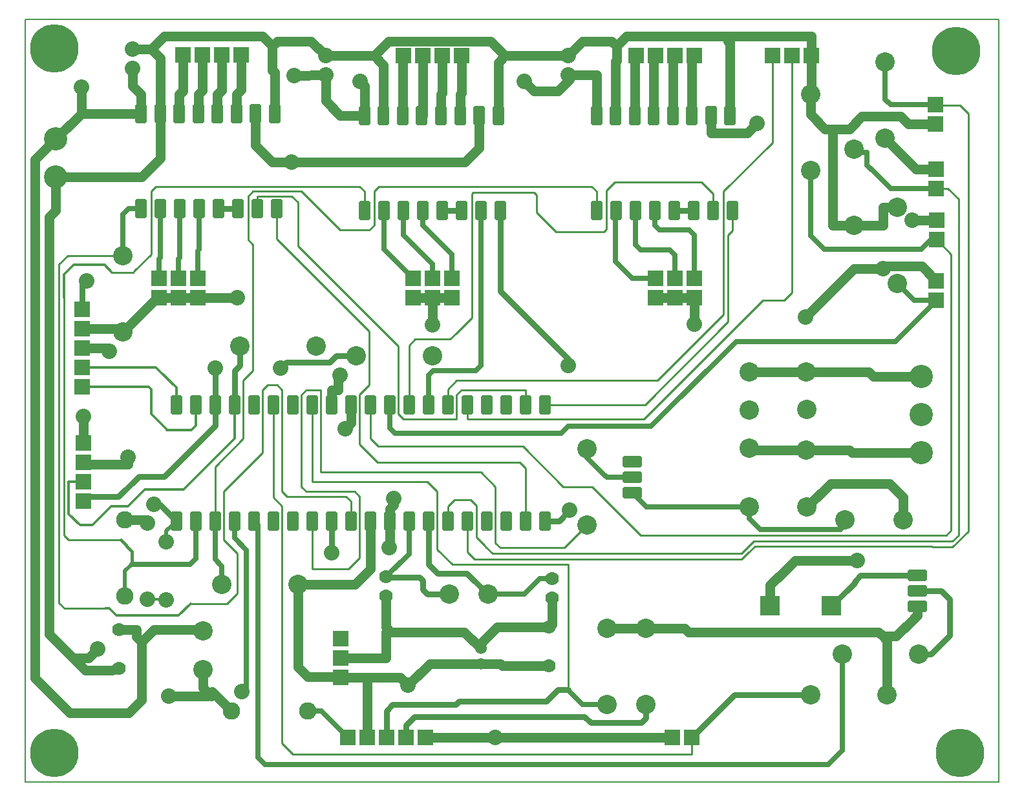
<source format=gbr>
G04 PROTEUS RS274X GERBER FILE*
%FSLAX45Y45*%
%MOMM*%
G01*
%ADD10C,0.254000*%
%ADD11C,0.635000*%
%ADD12C,0.762000*%
%ADD13C,1.270000*%
%ADD14C,0.381000*%
%ADD15C,0.304800*%
%ADD16C,0.508000*%
%ADD17C,2.032000*%
%ADD18R,2.540000X2.540000*%
%ADD19C,2.540000*%
%AMPPAD010*
4,1,36,
-0.457200,1.270000,
0.457200,1.270000,
0.519520,1.263940,
0.577160,1.246490,
0.628980,1.218770,
0.673890,1.181890,
0.710760,1.136980,
0.738480,1.085160,
0.755930,1.027520,
0.762000,0.965200,
0.762000,-0.965200,
0.755930,-1.027520,
0.738480,-1.085160,
0.710760,-1.136980,
0.673890,-1.181890,
0.628980,-1.218770,
0.577160,-1.246490,
0.519520,-1.263940,
0.457200,-1.270000,
-0.457200,-1.270000,
-0.519520,-1.263940,
-0.577160,-1.246490,
-0.628980,-1.218770,
-0.673890,-1.181890,
-0.710760,-1.136980,
-0.738480,-1.085160,
-0.755930,-1.027520,
-0.762000,-0.965200,
-0.762000,0.965200,
-0.755930,1.027520,
-0.738480,1.085160,
-0.710760,1.136980,
-0.673890,1.181890,
-0.628980,1.218770,
-0.577160,1.246490,
-0.519520,1.263940,
-0.457200,1.270000,
0*%
%ADD70PPAD010*%
%ADD71R,2.032000X2.032000*%
%ADD20C,3.048000*%
%AMPPAD013*
4,1,36,
1.270000,0.457200,
1.270000,-0.457200,
1.263940,-0.519520,
1.246490,-0.577160,
1.218770,-0.628980,
1.181890,-0.673890,
1.136980,-0.710760,
1.085160,-0.738480,
1.027520,-0.755930,
0.965200,-0.762000,
-0.965200,-0.762000,
-1.027520,-0.755930,
-1.085160,-0.738480,
-1.136980,-0.710760,
-1.181890,-0.673890,
-1.218770,-0.628980,
-1.246490,-0.577160,
-1.263940,-0.519520,
-1.270000,-0.457200,
-1.270000,0.457200,
-1.263940,0.519520,
-1.246490,0.577160,
-1.218770,0.628980,
-1.181890,0.673890,
-1.136980,0.710760,
-1.085160,0.738480,
-1.027520,0.755930,
-0.965200,0.762000,
0.965200,0.762000,
1.027520,0.755930,
1.085160,0.738480,
1.136980,0.710760,
1.181890,0.673890,
1.218770,0.628980,
1.246490,0.577160,
1.263940,0.519520,
1.270000,0.457200,
0*%
%ADD21PPAD013*%
%ADD22C,2.286000*%
%ADD23C,1.778000*%
%ADD24C,1.524000*%
%ADD25C,6.350000*%
%ADD26C,0.203200*%
D10*
X+2486660Y+3423920D02*
X+2486660Y+4137660D01*
X+2857500Y+4508500D01*
X+2857500Y+5270500D01*
X+2984500Y+5397500D01*
X+2984500Y+7048500D01*
X+2921000Y+7112000D01*
X+2921000Y+7683500D01*
X+2984500Y+7747000D01*
X+3619500Y+7747000D01*
X+4127500Y+7239000D01*
X+4508500Y+7239000D01*
X+4572000Y+7302500D01*
X+4572000Y+7747000D01*
X+4635500Y+7810500D01*
X+7419500Y+7810500D01*
X+7483000Y+7747000D01*
X+7483000Y+7493000D01*
D11*
X+2486660Y+3423920D02*
X+2486660Y+2921000D01*
X+2574000Y+2833660D01*
X+2574000Y+2592000D01*
X+3702560Y+929640D02*
X+3881120Y+929640D01*
X+4224020Y+586740D01*
D12*
X+6060440Y+2463800D02*
X+5786986Y+2737254D01*
X+5400906Y+2737254D01*
X+5280660Y+2857500D01*
X+5280660Y+3423920D01*
D11*
X+6060440Y+2463800D02*
X+6540500Y+2463800D01*
X+6744340Y+2667640D01*
X+6897640Y+2667640D01*
X+7112000Y+1206500D02*
X+7302500Y+1016000D01*
X+7620000Y+1016000D01*
D12*
X+8729980Y+584200D02*
X+9288780Y+1143000D01*
X+10287000Y+1143000D01*
X+2740660Y+4947920D02*
X+2740660Y+5397500D01*
X+2810000Y+5466840D01*
X+2810000Y+5715000D01*
D11*
X+11925300Y+8879840D02*
X+11336020Y+8879840D01*
X+11262360Y+8953500D01*
X+11262360Y+9441180D01*
D10*
X+3042820Y+7518080D02*
X+3042820Y+7683500D01*
X+3492500Y+7683500D01*
X+3573593Y+7602407D01*
X+3573593Y+7030907D01*
X+4889500Y+5715000D01*
X+4889500Y+4826000D01*
X+4953000Y+4762500D01*
X+5651500Y+4762500D01*
X+5651500Y+5080000D01*
X+5715000Y+5143500D01*
X+6550660Y+5143500D01*
X+6550660Y+4947920D01*
D11*
X+5280660Y+4947920D02*
X+5280660Y+5334000D01*
X+5344160Y+5397500D01*
X+5905500Y+5397500D01*
X+5969000Y+5461000D01*
X+5969000Y+7493000D01*
X+11932920Y+6319520D02*
X+11641580Y+6319520D01*
X+11424920Y+6536180D01*
D10*
X+11938000Y+7112000D02*
X+12128500Y+6921500D01*
X+12128500Y+3302000D01*
X+12065000Y+3238500D01*
X+8064500Y+3238500D01*
X+7429500Y+3873500D01*
X+7048500Y+3873500D01*
X+6518601Y+4403399D01*
X+4623761Y+4403399D01*
X+4518660Y+4508500D01*
X+4518660Y+4947920D01*
D11*
X+9480000Y+3606000D02*
X+8137600Y+3606000D01*
X+7950000Y+3793600D01*
X+1772820Y+7518080D02*
X+1772820Y+6880760D01*
X+1750060Y+6858000D01*
X+1750060Y+6604000D01*
D10*
X+1750060Y+6603999D01*
D11*
X+2026820Y+7518080D02*
X+2026820Y+6880760D01*
X+2004060Y+6858000D01*
X+2004060Y+6604000D01*
D10*
X+2258059Y+6604000D02*
X+2258060Y+6604000D01*
D11*
X+2258059Y+6962239D01*
X+2280820Y+6985000D01*
X+2280820Y+7518080D01*
D13*
X+2065020Y+9532620D02*
X+2065020Y+9063200D01*
X+2018820Y+9017000D01*
X+2018820Y+8768080D01*
X+2319020Y+9532620D02*
X+2319020Y+9067200D01*
X+2268820Y+9017000D01*
X+2268820Y+8768080D01*
X+2573020Y+9532620D02*
X+2573020Y+9071200D01*
X+2518820Y+9017000D01*
X+2518820Y+8768080D01*
X+2827020Y+9532620D02*
X+2827020Y+9075200D01*
X+2768820Y+9017000D01*
X+2768820Y+8768080D01*
D12*
X+2788820Y+7518080D02*
X+2667001Y+7518080D01*
X+2667000Y+7518079D01*
X+2534820Y+7518079D01*
X+2534820Y+7518080D01*
D11*
X+4699000Y+7493000D02*
X+4699000Y+6985000D01*
X+5080000Y+6604000D01*
X+4953000Y+7493000D02*
X+4953000Y+7175500D01*
X+5334000Y+6794500D01*
X+5334000Y+6604000D01*
X+5588000Y+6604000D02*
X+5588000Y+6921500D01*
X+5207000Y+7302500D01*
X+5207000Y+7493000D01*
D13*
X+4945000Y+8743000D02*
X+4945000Y+9517000D01*
X+4953000Y+9525000D01*
X+5207000Y+9525000D02*
X+5207000Y+8743000D01*
X+5195000Y+8743000D01*
X+5461000Y+9525000D02*
X+5461000Y+9033000D01*
X+5445000Y+9017000D01*
X+5445000Y+8743000D01*
X+5715000Y+9525000D02*
X+5715000Y+9037000D01*
X+5695000Y+9017000D01*
X+5695000Y+8743000D01*
D12*
X+5715000Y+7493000D02*
X+5588001Y+7493000D01*
X+5588000Y+7492999D01*
X+5461000Y+7492999D01*
X+5461000Y+7493000D01*
D11*
X+7991000Y+7493000D02*
X+7991000Y+7048500D01*
X+8064989Y+6974511D01*
X+8445500Y+6974511D01*
X+8509000Y+6911011D01*
X+8509000Y+6604000D01*
X+8245000Y+7493000D02*
X+8245000Y+7302500D01*
X+8308500Y+7239000D01*
X+8699500Y+7239000D01*
X+8763000Y+7175500D01*
X+8763000Y+6604000D01*
D13*
X+7983000Y+8743000D02*
X+7983000Y+9507000D01*
X+8001000Y+9525000D01*
X+8233000Y+8743000D02*
X+8233000Y+9503000D01*
X+8255000Y+9525000D01*
X+8483000Y+8743000D02*
X+8483000Y+9499000D01*
X+8509000Y+9525000D01*
X+8733000Y+8743000D02*
X+8733000Y+9495000D01*
X+8763000Y+9525000D01*
D12*
X+8499000Y+7493000D02*
X+8635999Y+7493000D01*
X+8636000Y+7493001D01*
X+8753000Y+7493001D01*
X+8753000Y+7493000D01*
D13*
X+10230000Y+4356000D02*
X+10795000Y+4356000D01*
X+10830460Y+4320540D01*
X+11734800Y+4320540D01*
X+10229999Y+4356000D02*
X+10230000Y+4356000D01*
X+9504000Y+4356000D01*
X+9480000Y+4380000D01*
X+10230000Y+5380000D02*
X+11049000Y+5380000D01*
X+11107700Y+5321300D01*
X+11734800Y+5321300D01*
X+10229999Y+5380000D02*
X+10230000Y+5380000D01*
X+9480000Y+5380000D01*
X+5969000Y+1751000D02*
X+5751500Y+1968500D01*
X+4787340Y+1968500D01*
X+4723840Y+1790700D02*
X+4723840Y+1968500D01*
X+4787340Y+1968500D01*
X+4723840Y+2436500D02*
X+4723840Y+2032000D01*
X+4787340Y+1968500D01*
X+1768820Y+8768080D02*
X+1768820Y+8177240D01*
X+1524000Y+7932420D01*
X+398780Y+7932420D01*
X+7747000Y+9652000D02*
X+7747000Y+9461500D01*
X+7733000Y+9447500D01*
X+7733000Y+8743000D01*
X+7112000Y+9525000D02*
X+7302500Y+9715500D01*
X+7683500Y+9715500D01*
X+7747000Y+9652000D01*
X+4572000Y+9525000D02*
X+4695000Y+9402000D01*
X+4695000Y+8743000D01*
X+1768820Y+8768080D02*
X+1768820Y+9491420D01*
X+1651000Y+9609240D01*
X+6286500Y+9525000D02*
X+6195000Y+9433500D01*
X+6195000Y+8743000D01*
X+10292080Y+9527540D02*
X+10292080Y+9022080D01*
X+10287000Y+9017000D01*
X+4572000Y+9525000D02*
X+4762500Y+9715500D01*
X+6096000Y+9715500D01*
X+6286500Y+9525000D01*
X+9233000Y+9715500D02*
X+9207500Y+9715500D01*
X+9207500Y+9779000D01*
X+10292080Y+9527540D02*
X+10292080Y+9779000D01*
X+9207500Y+9779000D01*
X+7874000Y+9779000D01*
X+7747000Y+9652000D01*
X+9233000Y+9715500D02*
X+9233000Y+8743000D01*
X+3238500Y+9652000D02*
X+3238500Y+9334500D01*
X+3268820Y+9304180D01*
X+3268820Y+8768080D01*
X+3937000Y+9525000D02*
X+4572000Y+9525000D01*
X+8128000Y+2016000D02*
X+7620000Y+2016000D01*
X+1651000Y+9609240D02*
X+1408180Y+9609240D01*
X+1651000Y+9609240D02*
X+1820760Y+9779000D01*
X+3111500Y+9779000D01*
X+3238500Y+9652000D01*
X+3937000Y+9525000D02*
X+3746500Y+9715500D01*
X+3302000Y+9715500D01*
X+3238500Y+9652000D01*
X+7112000Y+9525000D02*
X+6286500Y+9525000D01*
X+8128000Y+2016000D02*
X+8636000Y+2016000D01*
X+8683500Y+1968500D01*
X+11176000Y+1968500D01*
X+5334000Y+6350000D02*
X+5080000Y+6350000D01*
X+5969000Y+1551000D02*
X+5297500Y+1551000D01*
X+5016500Y+1270000D01*
X+5969000Y+1551000D02*
X+6223000Y+1551000D01*
X+6250000Y+1524000D01*
X+6858000Y+1524000D01*
X+5334000Y+6349999D02*
X+5587999Y+6349999D01*
X+5588000Y+6350000D01*
X+4127500Y+5334000D02*
X+4099560Y+5306060D01*
X+4099560Y+5143500D01*
X+4010660Y+5143500D01*
X+4010660Y+4947920D01*
X+6159501Y+586741D02*
X+6162042Y+584200D01*
X+8475980Y+584200D01*
X+6159501Y+586741D02*
X+6159500Y+586740D01*
X+5240020Y+586740D01*
X+2258060Y+6350000D02*
X+2258060Y+6350001D01*
X+3238500Y+8128000D02*
X+3492500Y+8128000D01*
X+11239500Y+6731000D02*
X+10858500Y+6731000D01*
X+10223500Y+6096000D01*
X+3492500Y+8128000D02*
X+5754500Y+8128000D01*
X+5945000Y+8318500D01*
X+5945000Y+8743000D01*
X+3238500Y+8128000D02*
X+3018820Y+8347680D01*
X+3018820Y+8768080D01*
X+11239500Y+6731000D02*
X+11272520Y+6764020D01*
X+11742420Y+6764020D01*
X+11932920Y+6573520D01*
X+9588500Y+8636000D02*
X+9461500Y+8509000D01*
X+8983000Y+8509000D01*
X+8983000Y+8743000D01*
X+11262360Y+8441180D02*
X+11664440Y+8039100D01*
X+11932920Y+8039100D01*
X+3574000Y+2592000D02*
X+4316660Y+2592000D01*
X+4518660Y+2794000D01*
X+4518660Y+3423920D01*
X+8509000Y+6350000D02*
X+8255000Y+6350000D01*
X+8509000Y+6350000D02*
X+8763000Y+6350000D01*
X+11620500Y+7366000D02*
X+11722099Y+7366000D01*
X+11722100Y+7366001D01*
X+11938000Y+7366001D01*
X+11938000Y+7366000D01*
X+3937000Y+9271000D02*
X+3937000Y+8933500D01*
X+4127500Y+8743000D01*
X+4445000Y+8743000D01*
X+1518820Y+8768080D02*
X+1518820Y+9017000D01*
X+1408180Y+9127640D01*
X+1408180Y+9355240D01*
X+1227580Y+2001700D02*
X+1460500Y+2001700D01*
X+1460500Y+1905000D01*
X+1524000Y+1841500D01*
D12*
X+6223000Y+7493000D02*
X+6223000Y+6439511D01*
X+7112189Y+5550322D01*
X+7112189Y+5461189D01*
X+7112000Y+5461000D01*
X+7132677Y+3566398D02*
X+6990199Y+3423920D01*
X+6804660Y+3423920D01*
D13*
X+3525520Y+9268460D02*
X+3937000Y+9271000D01*
X+734060Y+9108440D02*
X+734060Y+8768080D01*
X+1518820Y+8768080D02*
X+734060Y+8768080D01*
X+398780Y+8432800D01*
X+4445000Y+8743000D02*
X+4445000Y+9131911D01*
X+4385441Y+9191470D01*
X+6539897Y+9187540D02*
X+6663799Y+9063638D01*
X+6973554Y+9063638D01*
X+7127240Y+9217324D01*
X+7127240Y+9271000D01*
X+7112000Y+9271000D01*
X+7127240Y+9271000D02*
X+7483000Y+9271000D01*
X+7483000Y+8743000D01*
X+2773680Y+6350000D02*
X+2258060Y+6350000D01*
X+2004060Y+6350000D01*
X+1750060Y+6350000D02*
X+1750061Y+6350000D01*
X+2004060Y+6350000D01*
D10*
X+5026660Y+4947920D02*
X+5026660Y+5723751D01*
X+5110157Y+5807248D01*
X+5565948Y+5807248D01*
X+5646420Y+5887720D01*
X+5851602Y+6092902D01*
X+5851602Y+7715918D01*
X+5866284Y+7730600D01*
X+6666456Y+7730600D01*
X+6696097Y+7700959D01*
X+6696097Y+7465895D01*
X+6948573Y+7213419D01*
X+7574774Y+7213419D01*
X+7610624Y+7249269D01*
X+7610624Y+7757268D01*
X+7723998Y+7870642D01*
X+8855258Y+7870642D01*
X+8925560Y+7800340D01*
X+9007000Y+7718900D01*
X+9007000Y+7493000D01*
D13*
X+10287000Y+9017000D02*
X+10287000Y+8752840D01*
X+10477500Y+8562340D01*
X+10576560Y+8562340D01*
X+10853420Y+7298180D02*
X+11239500Y+7298180D01*
X+11239500Y+7536180D01*
X+11424920Y+7536180D01*
X+10576560Y+8562340D02*
X+10576560Y+7298180D01*
X+10853420Y+7298180D01*
D11*
X+11932920Y+7785100D02*
X+11333657Y+7785100D01*
X+11126932Y+7991825D01*
X+11027907Y+8090850D01*
X+11027907Y+8259193D01*
X+10892407Y+8259193D01*
X+10853420Y+8298180D01*
D13*
X+10576560Y+8562340D02*
X+10795000Y+8562340D01*
X+10960100Y+8727440D01*
X+11465560Y+8727440D01*
X+11567160Y+8625840D01*
X+11925300Y+8625840D01*
D10*
X+5534660Y+3423920D02*
X+5534660Y+3613255D01*
X+5624248Y+3702843D01*
X+5834857Y+3702843D01*
X+5908040Y+3629660D01*
X+5908040Y+3210560D01*
X+6017260Y+3101340D01*
X+6032500Y+3086100D01*
X+6120740Y+2997860D01*
X+6561803Y+2997860D01*
X+9385129Y+2997860D01*
X+9450172Y+3062903D01*
X+9544246Y+3156977D01*
X+9668819Y+3156977D01*
X+12144144Y+3156977D01*
X+12224988Y+3237821D01*
X+12224988Y+7646210D01*
X+12086098Y+7785100D01*
X+11932920Y+7785100D01*
X+9188611Y+2920439D02*
X+9384409Y+2920439D01*
X+9470150Y+3006180D01*
X+9560230Y+3096260D01*
X+11873875Y+3096260D01*
X+11887651Y+3082484D01*
X+12143672Y+3082484D01*
X+12352020Y+3290832D01*
X+12352020Y+3479800D01*
X+12352020Y+8766437D01*
X+12242963Y+8875494D01*
X+11929646Y+8875494D01*
X+11925300Y+8879840D01*
X+5788660Y+3423920D02*
X+5788660Y+3014959D01*
X+5883180Y+2920439D01*
X+9188611Y+2920439D01*
X+9188680Y+2920370D01*
D12*
X+4334000Y+5588000D02*
X+4072758Y+5588000D01*
X+3989551Y+5504793D01*
X+3420241Y+5504793D01*
X+3341413Y+5425965D01*
X+2487449Y+5425965D02*
X+2486660Y+5425176D01*
X+2486660Y+4947920D01*
D13*
X+11231880Y+1912620D02*
X+11406333Y+1912620D01*
X+11641259Y+2147546D01*
X+11641259Y+2149786D01*
X+11681460Y+2189987D01*
X+11681460Y+2303780D01*
X+11176000Y+1968500D02*
X+11231880Y+1912620D01*
X+11287000Y+1857500D01*
X+11287000Y+1143000D01*
D12*
X+11703560Y+1678940D02*
X+11860289Y+1678940D01*
X+12107149Y+1925800D01*
X+12107149Y+2393929D01*
X+11994098Y+2506980D01*
X+11681460Y+2506980D01*
X+10555260Y+2308940D02*
X+10859549Y+2613229D01*
X+10859549Y+2629115D01*
X+10940614Y+2710180D01*
X+11681460Y+2710180D01*
D13*
X+10239460Y+3606000D02*
X+10547822Y+3914362D01*
X+11318312Y+3914362D01*
X+11501360Y+3731314D01*
X+11501360Y+3441400D01*
D11*
X+9480000Y+3606000D02*
X+9480000Y+3458313D01*
X+9624980Y+3313333D01*
X+10444350Y+3313333D01*
X+10446673Y+3315656D01*
X+10675656Y+3315656D01*
X+10712500Y+3352500D01*
X+10739360Y+3441400D01*
D13*
X+9755260Y+2308940D02*
X+9755260Y+2582300D01*
X+9964420Y+2791460D01*
X+10081636Y+2908676D01*
X+10900833Y+2908676D01*
D11*
X+11938000Y+7112000D02*
X+11862123Y+7112000D01*
X+11735522Y+6985399D01*
X+10466812Y+6985399D01*
X+10448761Y+7003450D01*
X+10287000Y+7165211D01*
X+10287000Y+8017000D01*
X+8255000Y+6604000D02*
X+7950720Y+6604000D01*
X+7731603Y+6823117D01*
X+7731603Y+7487603D01*
X+7737000Y+7493000D01*
D12*
X+5552440Y+2463800D02*
X+5268526Y+2463800D01*
X+5206298Y+2526028D01*
X+5206298Y+2640869D01*
X+5163625Y+2683542D01*
X+4738338Y+2683542D01*
X+4727610Y+2694270D01*
D10*
X+4723840Y+2690500D01*
D11*
X+5026660Y+3423920D02*
X+5026660Y+2993320D01*
X+4727610Y+2694270D01*
D10*
X+7360920Y+3373880D02*
X+7059420Y+3072380D01*
X+6223000Y+3072380D01*
X+6159500Y+3135880D01*
X+6159500Y+3873500D01*
X+5969000Y+4064000D01*
X+3873500Y+4064000D01*
X+3873500Y+5143500D01*
X+3683000Y+5143500D01*
X+3619500Y+5080000D01*
X+3619500Y+3873500D01*
X+3683000Y+3810000D01*
X+4318000Y+3810000D01*
X+4381500Y+3746500D01*
X+4381500Y+2941320D01*
X+4234180Y+2794000D01*
X+3756660Y+2794000D01*
X+3756660Y+3423920D01*
D11*
X+7950000Y+3996800D02*
X+7619733Y+3996800D01*
X+7581956Y+4034577D01*
X+7360920Y+4255613D01*
X+7360920Y+4373880D01*
D10*
X+7112000Y+1206500D02*
X+7112000Y+1210000D01*
X+7112000Y+2852420D01*
X+5593080Y+2852420D01*
X+5397500Y+3048000D01*
X+5397500Y+3810000D01*
X+5270500Y+3937000D01*
X+3756660Y+3937000D01*
X+3756660Y+4947920D01*
D13*
X+1524000Y+1600000D02*
X+1524000Y+1524000D01*
X+1524000Y+1074000D01*
X+1500000Y+1050000D01*
X+1357371Y+907371D01*
X+580776Y+907371D01*
X+127000Y+1361147D01*
X+127000Y+1524000D01*
X+127000Y+1635432D01*
X+398780Y+8432800D02*
X+127000Y+8161020D01*
X+127000Y+1635432D01*
X+1524000Y+1600000D02*
X+1524000Y+1841500D01*
X+452850Y+1802850D02*
X+508000Y+1747700D01*
X+398780Y+7932420D02*
X+398780Y+7493000D01*
X+317500Y+7411720D01*
X+317500Y+1938200D01*
X+452850Y+1802850D01*
X+627850Y+1627850D02*
X+827850Y+1627850D01*
X+950000Y+1750000D01*
X+508000Y+1747700D02*
X+627850Y+1627850D01*
X+789967Y+1465733D01*
X+1138680Y+1465733D01*
X+1227580Y+1493700D01*
X+6897640Y+2413640D02*
X+6897640Y+2071640D01*
X+6858000Y+2032000D01*
X+6182000Y+2032000D01*
X+5977200Y+1827200D01*
X+5969000Y+1751000D01*
D10*
X+1414750Y+6685250D02*
X+1434910Y+6705410D01*
X+1651000Y+6921500D01*
X+1651000Y+6947090D01*
X+1651000Y+7000000D01*
X+1651000Y+7747000D01*
X+1714500Y+7810500D01*
X+4381500Y+7810500D01*
X+4445000Y+7747000D01*
X+4445000Y+7493000D01*
D13*
X+1351027Y+4263411D02*
X+1351027Y+4163411D01*
X+792589Y+4163411D01*
X+760000Y+4196000D01*
D14*
X+1250000Y+3175000D02*
X+1397000Y+3028000D01*
X+1397000Y+2857500D01*
D11*
X+2232660Y+3423920D02*
X+2232660Y+2931160D01*
X+2159000Y+2857500D01*
X+1397000Y+2857500D01*
D10*
X+1250000Y+3175000D02*
X+571500Y+3175000D01*
X+508000Y+3238500D01*
X+508000Y+5778500D01*
D11*
X+1282840Y+6905500D02*
X+1282840Y+7444420D01*
X+1356500Y+7518080D01*
X+1518820Y+7518080D01*
D13*
X+1750060Y+6350000D02*
X+1727340Y+6350000D01*
X+1282840Y+5905500D01*
X+750000Y+5946000D02*
X+1242340Y+5946000D01*
X+1282840Y+5905500D01*
D15*
X+750000Y+5438000D02*
X+1712627Y+5438000D01*
X+1763641Y+5386986D01*
X+1978660Y+5171967D01*
X+1978660Y+4947920D01*
X+750000Y+5184000D02*
X+1616000Y+5184000D01*
X+1650000Y+5150000D01*
X+1650000Y+4825821D01*
X+1843253Y+4632568D01*
X+1858418Y+4617403D01*
X+2108626Y+4617403D01*
X+2173074Y+4617403D01*
X+2233731Y+4678060D01*
X+2233731Y+4946849D01*
X+2232660Y+4947920D01*
D16*
X+1397000Y+2857500D02*
X+1306000Y+2766500D01*
X+1306000Y+2436000D01*
D13*
X+1306000Y+3436000D02*
X+1564000Y+3436000D01*
X+1600000Y+3400000D01*
D15*
X+1600000Y+2400000D02*
X+1838000Y+2400000D01*
X+1850000Y+2388000D01*
D16*
X+1850000Y+3150000D02*
X+1850000Y+3295260D01*
X+1978660Y+3423920D01*
D12*
X+1759052Y+3643528D01*
X+1683066Y+3643528D01*
X+803106Y+6568240D02*
X+750000Y+6515134D01*
X+750000Y+6200000D01*
D15*
X+508000Y+6350000D02*
X+508000Y+6374966D01*
X+508000Y+6658000D01*
X+600000Y+6750000D01*
X+631677Y+6781677D01*
X+1016543Y+6781677D01*
X+1040321Y+6781677D01*
X+1136748Y+6685250D01*
D10*
X+508000Y+5778500D02*
X+508000Y+6350000D01*
X+1136748Y+6685250D02*
X+1414750Y+6685250D01*
D15*
X+760000Y+3942000D02*
X+571500Y+3942000D01*
X+571500Y+3516365D01*
X+717089Y+3370776D01*
X+882028Y+3370776D01*
X+1130752Y+3619500D01*
X+1350000Y+3619500D01*
X+1570500Y+3840000D01*
X+2072160Y+3840000D01*
X+2740660Y+4508500D01*
X+2740660Y+4947920D01*
D12*
X+2486660Y+4947920D02*
X+2486660Y+4672660D01*
X+1824000Y+4010000D01*
X+1490974Y+4010000D01*
X+1220974Y+3740000D01*
X+812000Y+3740000D01*
X+760000Y+3688000D01*
D10*
X+3296820Y+7518080D02*
X+3296820Y+7121761D01*
X+4508500Y+5910081D01*
X+4508500Y+5207000D01*
X+4381500Y+5080000D01*
X+4381500Y+4428500D01*
X+4619000Y+4191000D01*
X+6477000Y+4191000D01*
X+6550660Y+4117340D01*
X+6550660Y+3423920D01*
X+1282840Y+6905500D02*
X+555500Y+6905500D01*
X+444500Y+6794500D01*
X+444500Y+2349500D01*
X+518160Y+2275840D01*
X+1050000Y+2275840D01*
D15*
X+1105338Y+2275840D01*
X+1197493Y+2183685D01*
X+2010905Y+2183685D01*
X+2167220Y+2340000D01*
D10*
X+2642260Y+2340000D01*
X+2780000Y+2477740D01*
X+2780000Y+2998500D01*
X+2603500Y+3175000D01*
X+2603500Y+3810000D01*
X+3111500Y+4318000D01*
X+3111500Y+5143500D01*
X+3175000Y+5207000D01*
X+3302000Y+5207000D01*
X+3365500Y+5143500D01*
X+3365500Y+3810000D01*
X+3429000Y+3746500D01*
X+4201160Y+3746500D01*
X+4264660Y+3683000D01*
X+4264660Y+3423920D01*
X+8729980Y+584200D02*
X+8729980Y+370000D01*
X+3503500Y+370000D01*
X+3365500Y+508000D01*
X+3365500Y+3619500D01*
X+3248660Y+3736340D01*
X+3248660Y+4947920D01*
D12*
X+4732020Y+586740D02*
X+4732020Y+936057D01*
X+4811963Y+1016000D01*
X+5636000Y+1016000D01*
X+5680000Y+1060000D01*
X+6824997Y+1060000D01*
X+6934224Y+1169227D01*
X+6934224Y+1169321D01*
X+6974903Y+1210000D01*
X+7112000Y+1210000D01*
X+4986020Y+586740D02*
X+4986020Y+746019D01*
X+5100001Y+860000D01*
X+7328419Y+860000D01*
X+7406348Y+782071D01*
X+8068254Y+782071D01*
X+8128000Y+841817D01*
X+8128000Y+1016000D01*
D13*
X+4772660Y+3423920D02*
X+4772660Y+3076436D01*
X+4767675Y+3071451D01*
X+750000Y+5692000D02*
X+1058000Y+5692000D01*
X+1100000Y+5650000D01*
D11*
X+2994660Y+3423920D02*
X+3050000Y+3368580D01*
X+3050000Y+325660D01*
X+3145660Y+230000D01*
X+10517000Y+230000D01*
X+10703560Y+416560D01*
X+10703560Y+1678940D01*
D13*
X+4132580Y+1630700D02*
X+4723840Y+1630700D01*
X+4723840Y+1790700D01*
X+3574000Y+2592000D02*
X+3574000Y+1506000D01*
X+3700000Y+1380000D01*
X+4132580Y+1380000D01*
X+4132580Y+1376700D01*
X+4478020Y+1050000D02*
X+4478020Y+1079500D01*
X+4478020Y+1357878D01*
X+4496842Y+1376700D01*
X+4478020Y+1050000D02*
X+4478020Y+586740D01*
X+4132580Y+1376700D02*
X+4496842Y+1376700D01*
X+4909800Y+1376700D01*
X+5016500Y+1270000D01*
X+4772660Y+3423920D02*
X+4772660Y+3581400D01*
X+4826000Y+3634740D01*
X+4826000Y+3720000D01*
X+4191000Y+4635500D02*
X+4264660Y+4709160D01*
X+4264660Y+4947920D01*
D12*
X+4010660Y+3423920D02*
X+4010660Y+3015901D01*
X+4016243Y+3010318D01*
D10*
X+9784080Y+9527540D02*
X+9784080Y+8387080D01*
X+9144000Y+7747000D01*
X+9144000Y+6134000D01*
X+8280500Y+5270500D01*
X+5651500Y+5270500D01*
X+5534660Y+5153660D01*
X+5534660Y+4947920D01*
X+9261000Y+7493000D02*
X+9261000Y+7229000D01*
X+9207500Y+7175500D01*
X+9207500Y+6037500D01*
X+8117920Y+4947920D01*
X+6804660Y+4947920D01*
X+10038080Y+9527540D02*
X+10038080Y+6418580D01*
X+9939500Y+6320000D01*
X+9660000Y+6320000D01*
X+8102500Y+4762500D01*
X+5788660Y+4762500D01*
X+5788660Y+4947920D01*
D11*
X+4772660Y+4947920D02*
X+4772660Y+4642790D01*
X+4843060Y+4572390D01*
X+7022220Y+4572390D01*
X+7116202Y+4666372D01*
X+8196372Y+4666372D01*
X+9310000Y+5780000D01*
X+11396814Y+5780000D01*
X+11934627Y+6317813D01*
X+11932920Y+6319520D01*
D13*
X+1880000Y+2003353D02*
X+2053354Y+2003353D01*
X+2306647Y+2003353D01*
X+2330000Y+1980000D01*
X+1880000Y+2003353D02*
X+1685853Y+2003353D01*
X+1524000Y+1841500D01*
X+2446100Y+1186100D02*
X+2702560Y+929640D01*
X+2440000Y+1130000D02*
X+2415000Y+1155000D01*
X+2330000Y+1240000D01*
X+2330000Y+1472000D01*
X+1880000Y+1130000D02*
X+2390000Y+1130000D01*
X+2415000Y+1155000D01*
X+2446100Y+1186100D01*
D11*
X+2898887Y+1770000D02*
X+2898887Y+1674607D01*
X+2898887Y+1248887D01*
X+2840000Y+1190000D01*
X+2740660Y+3423920D02*
X+2740660Y+3199164D01*
X+2898887Y+3040937D01*
X+2898887Y+1770000D01*
D13*
X+5334000Y+5999480D02*
X+5334000Y+6350000D01*
X+5334000Y+6349999D01*
X+8763000Y+6350000D02*
X+8763000Y+6002020D01*
X+760000Y+4450000D02*
X+760000Y+4786007D01*
X+766293Y+4792300D01*
D17*
X+5016500Y+1270000D03*
X+3492500Y+8128000D03*
X+9588500Y+8636000D03*
X+11239500Y+6731000D03*
X+11620500Y+7366000D03*
X+4127500Y+5334000D03*
X+6159501Y+586741D03*
X+7112000Y+5461000D03*
X+7132677Y+3566398D03*
X+3525520Y+9268460D03*
X+734060Y+9108440D03*
X+4385441Y+9191470D03*
X+6539897Y+9187540D03*
X+2773680Y+6350000D03*
X+3341413Y+5425965D03*
X+2487449Y+5425965D03*
X+10900833Y+2908676D03*
X+10223500Y+6096000D03*
X+950000Y+1750000D03*
X+1351027Y+4263411D03*
X+1683066Y+3643528D03*
X+803106Y+6568240D03*
X+4767675Y+3071451D03*
X+1100000Y+5650000D03*
X+4826000Y+3720000D03*
X+4191000Y+4635500D03*
X+4016243Y+3010318D03*
X+1880000Y+1130000D03*
X+2840000Y+1190000D03*
X+5334000Y+5999480D03*
X+8763000Y+6002020D03*
X+766293Y+4792300D03*
D18*
X+9755260Y+2308940D03*
X+10555260Y+2308940D03*
D19*
X+10239460Y+3606000D03*
X+9480000Y+3606000D03*
X+10230000Y+4356000D03*
X+9480000Y+4380000D03*
X+10239460Y+4888000D03*
X+9480000Y+4880000D03*
X+10230000Y+5380000D03*
X+9480000Y+5380000D03*
D70*
X+1518820Y+7518080D03*
X+1772820Y+7518080D03*
X+2026820Y+7518080D03*
X+2280820Y+7518080D03*
X+2534820Y+7518080D03*
X+2788820Y+7518080D03*
X+3042820Y+7518080D03*
X+3296820Y+7518080D03*
X+3268820Y+8768080D03*
X+3018820Y+8768080D03*
X+2768820Y+8768080D03*
X+2518820Y+8768080D03*
X+2268820Y+8768080D03*
X+2018820Y+8768080D03*
X+1768820Y+8768080D03*
X+1518820Y+8768080D03*
X+4445000Y+7493000D03*
X+4699000Y+7493000D03*
X+4953000Y+7493000D03*
X+5207000Y+7493000D03*
X+5461000Y+7493000D03*
X+5715000Y+7493000D03*
X+5969000Y+7493000D03*
X+6223000Y+7493000D03*
X+6195000Y+8743000D03*
X+5945000Y+8743000D03*
X+5695000Y+8743000D03*
X+5445000Y+8743000D03*
X+5195000Y+8743000D03*
X+4945000Y+8743000D03*
X+4695000Y+8743000D03*
X+4445000Y+8743000D03*
X+7483000Y+7493000D03*
X+7737000Y+7493000D03*
X+7991000Y+7493000D03*
X+8245000Y+7493000D03*
X+8499000Y+7493000D03*
X+8753000Y+7493000D03*
X+9007000Y+7493000D03*
X+9261000Y+7493000D03*
X+9233000Y+8743000D03*
X+8983000Y+8743000D03*
X+8733000Y+8743000D03*
X+8483000Y+8743000D03*
X+8233000Y+8743000D03*
X+7983000Y+8743000D03*
X+7733000Y+8743000D03*
X+7483000Y+8743000D03*
D71*
X+8255000Y+6350000D03*
X+8255000Y+6604000D03*
X+8509000Y+6350000D03*
X+8509000Y+6604000D03*
X+8763000Y+6350000D03*
X+8763000Y+6604000D03*
X+2258060Y+6604000D03*
X+2258060Y+6350000D03*
X+2004060Y+6604000D03*
X+2004060Y+6350000D03*
X+1750060Y+6604000D03*
X+1750060Y+6350000D03*
X+5080000Y+6350000D03*
X+5080000Y+6604000D03*
X+5334000Y+6350000D03*
X+5334000Y+6604000D03*
X+5588000Y+6350000D03*
X+5588000Y+6604000D03*
D70*
X+1978660Y+3423920D03*
X+2232660Y+3423920D03*
X+2486660Y+3423920D03*
X+2740660Y+3423920D03*
X+2994660Y+3423920D03*
X+3248660Y+3423920D03*
X+3502660Y+3423920D03*
X+3756660Y+3423920D03*
X+4010660Y+3423920D03*
X+4264660Y+3423920D03*
X+4518660Y+3423920D03*
X+4772660Y+3423920D03*
X+5026660Y+3423920D03*
X+5280660Y+3423920D03*
X+5534660Y+3423920D03*
X+5788660Y+3423920D03*
X+6042660Y+3423920D03*
X+6296660Y+3423920D03*
X+6550660Y+3423920D03*
X+6804660Y+3423920D03*
X+6804660Y+4947920D03*
X+6550660Y+4947920D03*
X+6296660Y+4947920D03*
X+6042660Y+4947920D03*
X+5788660Y+4947920D03*
X+5534660Y+4947920D03*
X+5280660Y+4947920D03*
X+5026660Y+4947920D03*
X+4772660Y+4947920D03*
X+4518660Y+4947920D03*
X+4264660Y+4947920D03*
X+4010660Y+4947920D03*
X+3756660Y+4947920D03*
X+3502660Y+4947920D03*
X+3248660Y+4947920D03*
X+2994660Y+4947920D03*
X+2740660Y+4947920D03*
X+2486660Y+4947920D03*
X+2232660Y+4947920D03*
X+1978660Y+4947920D03*
D20*
X+398780Y+8432800D03*
X+398780Y+7932420D03*
D21*
X+7950000Y+3793600D03*
X+7950000Y+3996800D03*
X+7950000Y+4200000D03*
D19*
X+10739360Y+3441400D03*
X+11501360Y+3441400D03*
D20*
X+11734800Y+5321300D03*
X+11734800Y+4820920D03*
X+11734800Y+4320540D03*
D19*
X+7360920Y+3373880D03*
X+7360920Y+4373880D03*
D17*
X+3937000Y+9271000D03*
X+3937000Y+9525000D03*
X+7112000Y+9271000D03*
X+7112000Y+9525000D03*
D21*
X+11681460Y+2710180D03*
X+11681460Y+2506980D03*
X+11681460Y+2303780D03*
D19*
X+10703560Y+1678940D03*
X+11703560Y+1678940D03*
X+1282840Y+5905500D03*
X+1282840Y+6905500D03*
D22*
X+1306000Y+3436000D03*
X+1306000Y+2436000D03*
D19*
X+3574000Y+2592000D03*
X+2574000Y+2592000D03*
D71*
X+2065020Y+9532620D03*
X+2319020Y+9532620D03*
X+2573020Y+9532620D03*
X+2827020Y+9532620D03*
X+4953000Y+9525000D03*
X+5207000Y+9525000D03*
X+5461000Y+9525000D03*
X+5715000Y+9525000D03*
X+8001000Y+9525000D03*
X+8255000Y+9525000D03*
X+8509000Y+9525000D03*
X+8763000Y+9525000D03*
D19*
X+3810000Y+5715000D03*
X+2810000Y+5715000D03*
X+5334000Y+5588000D03*
X+4334000Y+5588000D03*
D71*
X+760000Y+4450000D03*
X+760000Y+4196000D03*
X+760000Y+3942000D03*
X+760000Y+3688000D03*
D23*
X+1227580Y+2001700D03*
X+1227580Y+1493700D03*
D71*
X+4132580Y+1884700D03*
X+4132580Y+1630700D03*
X+4132580Y+1376700D03*
D24*
X+5969000Y+1551000D03*
X+5969000Y+1751000D03*
D23*
X+6858000Y+1524000D03*
X+6858000Y+2032000D03*
D71*
X+9784080Y+9527540D03*
X+10038080Y+9527540D03*
X+10292080Y+9527540D03*
X+11925300Y+8879840D03*
X+11925300Y+8625840D03*
X+11932920Y+8039100D03*
X+11932920Y+7785100D03*
X+11938000Y+7366000D03*
X+11938000Y+7112000D03*
X+11932920Y+6573520D03*
X+11932920Y+6319520D03*
X+5240020Y+586740D03*
X+4986020Y+586740D03*
X+4732020Y+586740D03*
X+4478020Y+586740D03*
X+4224020Y+586740D03*
D19*
X+8128000Y+1016000D03*
X+8128000Y+2016000D03*
X+7620000Y+2016000D03*
X+7620000Y+1016000D03*
D22*
X+2702560Y+929640D03*
X+3702560Y+929640D03*
D71*
X+8729980Y+584200D03*
X+8475980Y+584200D03*
D19*
X+10287000Y+1143000D03*
X+11287000Y+1143000D03*
X+10853420Y+8298180D03*
X+10853420Y+7298180D03*
X+11262360Y+9441180D03*
X+11262360Y+8441180D03*
X+11424920Y+7536180D03*
X+11424920Y+6536180D03*
X+10287000Y+9017000D03*
X+10287000Y+8017000D03*
X+5552440Y+2463800D03*
X+6060440Y+2463800D03*
D23*
X+4723840Y+2690500D03*
X+4723840Y+2436500D03*
X+6897640Y+2667640D03*
X+6897640Y+2413640D03*
D17*
X+1408180Y+9355240D03*
X+1408180Y+9609240D03*
D25*
X+380000Y+9620000D03*
X+380000Y+380000D03*
X+12240000Y+380000D03*
X+12190000Y+9590000D03*
D71*
X+750000Y+6200000D03*
X+750000Y+5946000D03*
X+750000Y+5692000D03*
X+750000Y+5438000D03*
X+750000Y+5184000D03*
D17*
X+1600000Y+2400000D03*
X+1600000Y+3400000D03*
X+1850000Y+2388000D03*
X+1850000Y+3150000D03*
D19*
X+2330000Y+1980000D03*
X+2330000Y+1472000D03*
D26*
X+0Y+0D02*
X+12750000Y+0D01*
X+12750000Y+10000000D01*
X+0Y+10000000D01*
X+0Y+0D01*
M02*

</source>
